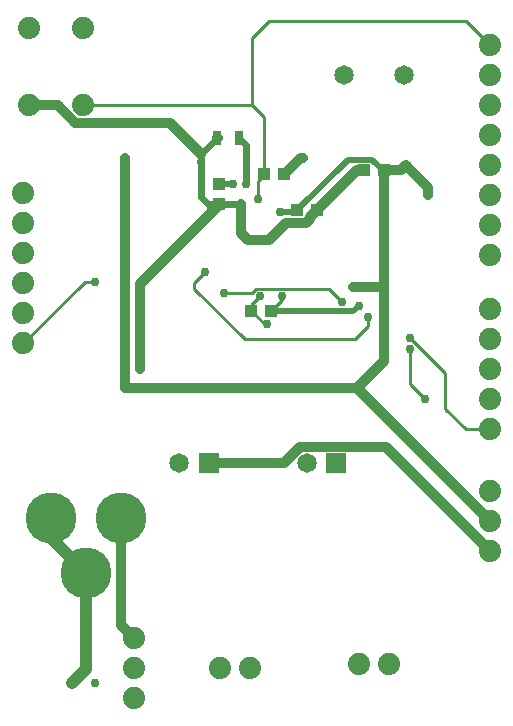
<source format=gbl>
G75*
%MOIN*%
%OFA0B0*%
%FSLAX25Y25*%
%IPPOS*%
%LPD*%
%AMOC8*
5,1,8,0,0,1.08239X$1,22.5*
%
%ADD10C,0.06500*%
%ADD11R,0.06500X0.06500*%
%ADD12C,0.17000*%
%ADD13C,0.07400*%
%ADD14R,0.03937X0.04331*%
%ADD15R,0.04331X0.03937*%
%ADD16R,0.03150X0.04724*%
%ADD17C,0.02978*%
%ADD18C,0.02400*%
%ADD19C,0.04000*%
%ADD20C,0.03200*%
%ADD21C,0.02000*%
%ADD22C,0.01000*%
%ADD23C,0.00800*%
D10*
X0078204Y0113000D03*
X0120704Y0113000D03*
X0133125Y0242250D03*
X0153125Y0242250D03*
D11*
X0130546Y0113000D03*
X0088046Y0113000D03*
D12*
X0058937Y0094875D03*
X0047126Y0076371D03*
X0035315Y0094875D03*
D13*
X0063125Y0054875D03*
X0063125Y0044875D03*
X0063125Y0034875D03*
X0091875Y0044875D03*
X0101875Y0044875D03*
X0138125Y0046125D03*
X0148125Y0046125D03*
X0181875Y0083625D03*
X0181875Y0093625D03*
X0181875Y0103625D03*
X0181875Y0124250D03*
X0181875Y0134250D03*
X0181875Y0144250D03*
X0181875Y0154250D03*
X0181875Y0164250D03*
X0181875Y0182375D03*
X0181875Y0192375D03*
X0181875Y0202375D03*
X0181875Y0212375D03*
X0181875Y0222375D03*
X0181875Y0232375D03*
X0181875Y0242375D03*
X0181875Y0252375D03*
X0046025Y0258050D03*
X0028225Y0258050D03*
X0028225Y0232450D03*
X0046025Y0232450D03*
X0026250Y0203000D03*
X0026250Y0193000D03*
X0026250Y0183000D03*
X0026250Y0173000D03*
X0026250Y0163000D03*
X0026250Y0153000D03*
D14*
X0091500Y0199404D03*
X0091500Y0206096D03*
D15*
X0106529Y0209375D03*
X0113221Y0209375D03*
X0117529Y0197250D03*
X0124221Y0197250D03*
X0139779Y0210625D03*
X0146471Y0210625D03*
X0108971Y0163875D03*
X0102279Y0163875D03*
D16*
X0098043Y0221500D03*
X0090957Y0221500D03*
D17*
X0042500Y0039875D03*
X0050000Y0039875D03*
X0065000Y0144250D03*
X0050000Y0173500D03*
X0060000Y0214875D03*
X0057450Y0226600D03*
X0085550Y0213400D03*
X0096125Y0206125D03*
X0100625Y0206125D03*
X0104375Y0201125D03*
X0098750Y0199250D03*
X0087950Y0195700D03*
X0086875Y0176750D03*
X0093125Y0169875D03*
X0105000Y0168625D03*
X0112500Y0168625D03*
X0107500Y0159250D03*
X0132500Y0166750D03*
X0136250Y0171750D03*
X0138125Y0165500D03*
X0141250Y0161750D03*
X0155000Y0154875D03*
X0155000Y0151125D03*
X0160000Y0134250D03*
X0111875Y0196750D03*
X0119375Y0214875D03*
X0153750Y0212375D03*
X0161250Y0202375D03*
D18*
X0100625Y0206125D02*
X0100625Y0218918D01*
X0098043Y0221500D01*
X0090957Y0221500D02*
X0085625Y0216168D01*
X0085625Y0201750D01*
X0087971Y0199404D01*
X0091500Y0199404D01*
X0091654Y0199250D01*
X0098750Y0199250D01*
D19*
X0035315Y0094875D02*
X0035315Y0088182D01*
X0047126Y0076371D01*
X0047126Y0044501D01*
X0042500Y0039875D01*
D20*
X0058937Y0059063D02*
X0058937Y0094875D01*
X0058937Y0059063D02*
X0063125Y0054875D01*
X0088046Y0113000D02*
X0112996Y0113000D01*
X0118446Y0118450D01*
X0147050Y0118450D01*
X0181875Y0083625D01*
X0181875Y0093625D02*
X0137500Y0138000D01*
X0146471Y0146971D01*
X0146471Y0171750D01*
X0136250Y0171750D01*
X0146471Y0171750D02*
X0146471Y0210625D01*
X0152000Y0210625D01*
X0153750Y0212375D01*
X0161250Y0204875D01*
X0161250Y0202375D01*
X0139779Y0210625D02*
X0137596Y0210625D01*
X0124221Y0197250D01*
X0121894Y0194922D01*
X0121894Y0194370D01*
X0120605Y0193081D01*
X0113831Y0193081D01*
X0108125Y0187375D01*
X0101250Y0187375D01*
X0098750Y0189875D01*
X0098750Y0199250D01*
X0091654Y0199250D02*
X0065000Y0172596D01*
X0065000Y0144250D01*
X0060000Y0138000D02*
X0060000Y0214875D01*
X0075243Y0226550D02*
X0043581Y0226550D01*
X0037681Y0232450D01*
X0028225Y0232450D01*
X0075243Y0226550D02*
X0085625Y0216168D01*
X0090957Y0221500D02*
X0090995Y0221500D01*
X0112971Y0209625D02*
X0113221Y0209375D01*
X0118721Y0214875D01*
X0119375Y0214875D01*
X0137500Y0138000D02*
X0060000Y0138000D01*
D21*
X0098750Y0199250D02*
X0098750Y0199882D01*
X0096096Y0206096D02*
X0091500Y0206096D01*
X0096096Y0206096D02*
X0096125Y0206125D01*
X0111875Y0196750D02*
X0117029Y0196750D01*
X0117529Y0197250D01*
X0134472Y0214194D01*
X0142607Y0214194D01*
X0146175Y0210625D01*
X0146471Y0210625D01*
X0138125Y0165500D02*
X0136286Y0163661D01*
X0131220Y0163661D01*
X0131007Y0163875D01*
X0108971Y0163875D01*
D22*
X0112500Y0167404D01*
X0112500Y0168625D01*
X0105000Y0168625D02*
X0102279Y0165904D01*
X0102279Y0163875D01*
X0106904Y0159250D01*
X0107500Y0159250D01*
X0102589Y0169875D02*
X0103928Y0171214D01*
X0128036Y0171214D01*
X0132500Y0166750D01*
X0141250Y0161750D02*
X0141250Y0158625D01*
X0136875Y0154250D01*
X0100000Y0154250D01*
X0083125Y0171125D01*
X0083125Y0173000D01*
X0086875Y0176750D01*
X0093125Y0169875D02*
X0102589Y0169875D01*
X0104375Y0201125D02*
X0104375Y0207221D01*
X0106327Y0209173D01*
X0106327Y0228548D01*
X0102425Y0232450D01*
X0102425Y0254800D01*
X0108125Y0260500D01*
X0173750Y0260500D01*
X0181875Y0252375D01*
X0155000Y0154875D02*
X0166875Y0143000D01*
X0166875Y0131125D01*
X0173750Y0124250D01*
X0181875Y0124250D01*
X0160000Y0134250D02*
X0155000Y0139250D01*
X0155000Y0151125D01*
X0106327Y0209173D02*
X0106529Y0209375D01*
X0102425Y0232450D02*
X0046025Y0232450D01*
X0046750Y0173500D02*
X0050000Y0173500D01*
X0046750Y0173500D02*
X0026250Y0153000D01*
D23*
X0087950Y0195700D02*
X0087950Y0199382D01*
X0087971Y0199404D01*
M02*

</source>
